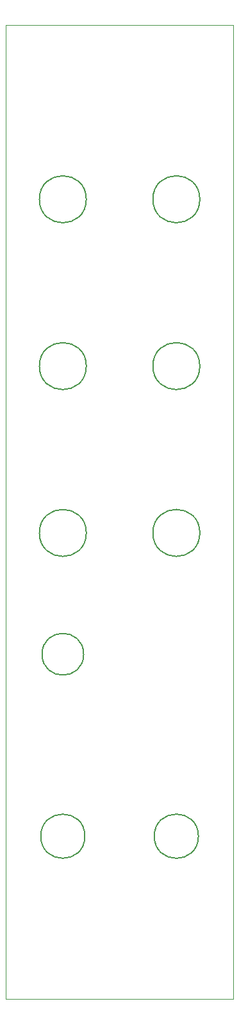
<source format=gm1>
%TF.GenerationSoftware,KiCad,Pcbnew,(6.0.1)*%
%TF.CreationDate,2022-10-17T21:56:24-04:00*%
%TF.ProjectId,ER-VCO-03_PANEL,45522d56-434f-42d3-9033-5f50414e454c,1*%
%TF.SameCoordinates,Original*%
%TF.FileFunction,Profile,NP*%
%FSLAX46Y46*%
G04 Gerber Fmt 4.6, Leading zero omitted, Abs format (unit mm)*
G04 Created by KiCad (PCBNEW (6.0.1)) date 2022-10-17 21:56:24*
%MOMM*%
%LPD*%
G01*
G04 APERTURE LIST*
%TA.AperFunction,Profile*%
%ADD10C,0.150000*%
%TD*%
%TA.AperFunction,Profile*%
%ADD11C,0.100000*%
%TD*%
G04 APERTURE END LIST*
D10*
X25600000Y-23000000D02*
G75*
G03*
X25600000Y-23000000I-3100000J0D01*
G01*
X10600000Y-23000000D02*
G75*
G03*
X10600000Y-23000000I-3100000J0D01*
G01*
X10600000Y-45000000D02*
G75*
G03*
X10600000Y-45000000I-3100000J0D01*
G01*
X25600000Y-45000000D02*
G75*
G03*
X25600000Y-45000000I-3100000J0D01*
G01*
D11*
X0Y0D02*
X30000000Y0D01*
X30000000Y0D02*
X30000000Y-128500000D01*
X30000000Y-128500000D02*
X0Y-128500000D01*
X0Y-128500000D02*
X0Y0D01*
D10*
X25600000Y-67000000D02*
G75*
G03*
X25600000Y-67000000I-3100000J0D01*
G01*
X10600000Y-67000000D02*
G75*
G03*
X10600000Y-67000000I-3100000J0D01*
G01*
X25414135Y-107000000D02*
G75*
G03*
X25414135Y-107000000I-2914135J0D01*
G01*
X10250000Y-83000000D02*
G75*
G03*
X10250000Y-83000000I-2750000J0D01*
G01*
X10412000Y-107000000D02*
G75*
G03*
X10412000Y-107000000I-2912000J0D01*
G01*
M02*

</source>
